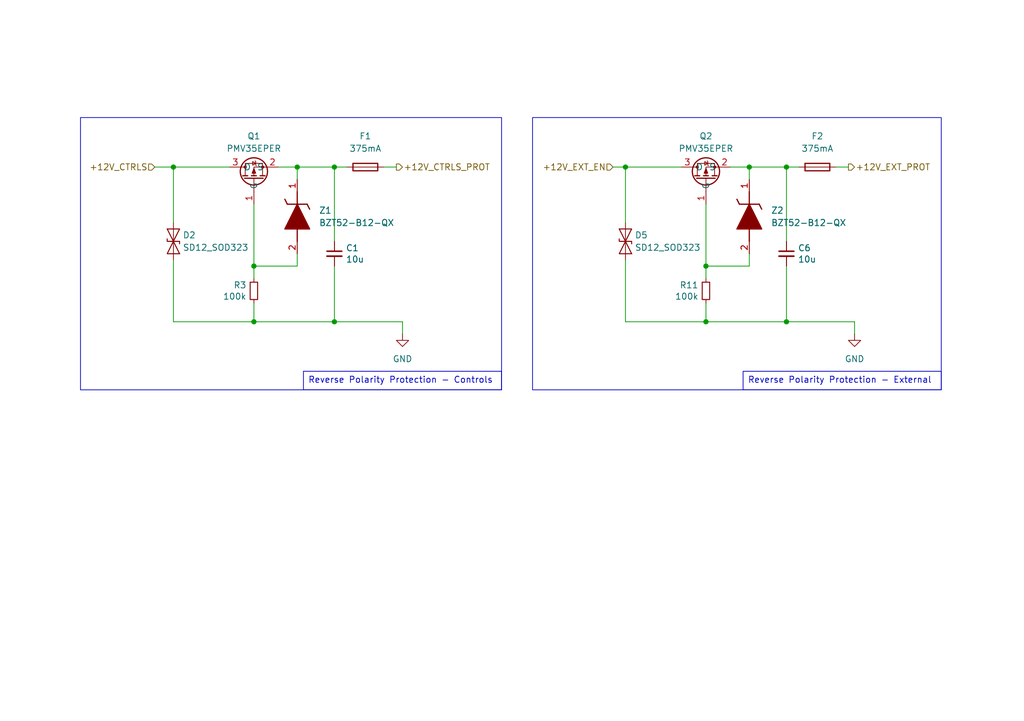
<source format=kicad_sch>
(kicad_sch (version 20231120) (generator "eeschema") (generator_version "8.0")
  (paper "A5")
  (lib_symbols
    (symbol "BZT52-B12-QX:BZT52-B12-QX" (pin_names hide)
      (property "Reference" "Z" (at 10.16 8.89 0))
      (property "Value" "BZT52-B12-QX" (at 10.16 6.35 0))
      (symbol "BZT52-B12-QX_1_1"
        (polyline (pts (xy 2.54 0) (xy 5.08 0)) (stroke (width 0.254)))
        (polyline (pts (xy 4.064 -2.54) (xy 5.08 -2.032)) (stroke (width 0.254)))
        (polyline (pts (xy 5.08 2.032) (xy 5.08 -2.032)) (stroke (width 0.254)))
        (polyline (pts (xy 5.08 2.032) (xy 6.096 2.54)) (stroke (width 0.254)))
        (polyline (pts (xy 12.7 0) (xy 10.16 0)) (stroke (width 0.254)))
        (polyline (pts (xy 5.08 0) (xy 10.16 2.54) (xy 10.16 -2.54) (xy 5.08 0)) (stroke (width 0.254)) (fill (type outline)))
        (pin passive line (at 0 0 0) (length 2.54) (name "K") (number "1"))
        (pin passive line (at 15.24 0 180) (length 2.54) (name "A") (number "2"))
      )
    )
    (symbol "Device:C_Small" (pin_numbers hide) (pin_names (offset 0.254) hide)
      (property "Reference" "C" (at 0.254 1.778 0))
      (property "Value" "C_Small" (at 0.254 -2.032 0))
      (symbol "C_Small_0_1"
        (polyline (pts (xy -1.524 -0.508) (xy 1.524 -0.508)) (stroke (width 0.3302)))
        (polyline (pts (xy -1.524 0.508) (xy 1.524 0.508)) (stroke (width 0.3048)))
      )
      (symbol "C_Small_1_1"
        (pin passive line (at 0 2.54 270) (length 2.032) (name "~") (number "1"))
        (pin passive line (at 0 -2.54 90) (length 2.032) (name "~") (number "2"))
      )
    )
    (symbol "Device:Fuse" (pin_numbers hide) (pin_names (offset 0))
      (property "Reference" "F" (at 2.032 0 90))
      (property "Value" "Fuse" (at -1.905 0 90))
      (symbol "Fuse_0_1"
        (rectangle (start -0.762 -2.54) (end 0.762 2.54) (stroke (width 0.254)))
        (polyline (pts (xy 0 2.54) (xy 0 -2.54)))
      )
      (symbol "Fuse_1_1"
        (pin passive line (at 0 3.81 270) (length 1.27) (name "~") (number "1"))
        (pin passive line (at 0 -3.81 90) (length 1.27) (name "~") (number "2"))
      )
    )
    (symbol "Device:R_Small" (pin_numbers hide) (pin_names (offset 0.254) hide)
      (property "Reference" "R" (at 0.762 0.508 0))
      (property "Value" "R_Small" (at 0.762 -1.016 0))
      (symbol "R_Small_0_1"
        (rectangle (start -0.762 1.778) (end 0.762 -1.778) (stroke (width 0.2032)))
      )
      (symbol "R_Small_1_1"
        (pin passive line (at 0 2.54 270) (length 0.762) (name "~") (number "1"))
        (pin passive line (at 0 -2.54 90) (length 0.762) (name "~") (number "2"))
      )
    )
    (symbol "Diode:SD12_SOD323" (pin_numbers hide) (pin_names (offset 1.016) hide)
      (property "Reference" "D" (at 0 2.54 0))
      (property "Value" "SD12_SOD323" (at 0 -2.54 0))
      (symbol "SD12_SOD323_0_1"
        (polyline (pts (xy 1.27 0) (xy -1.27 0)))
        (polyline (pts (xy -2.54 -1.27) (xy 0 0) (xy -2.54 1.27) (xy -2.54 -1.27)) (stroke (width 0.2032)))
        (polyline (pts (xy 0.508 1.27) (xy 0 1.27) (xy 0 -1.27) (xy -0.508 -1.27)) (stroke (width 0.2032)))
        (polyline (pts (xy 2.54 1.27) (xy 2.54 -1.27) (xy 0 0) (xy 2.54 1.27)) (stroke (width 0.2032)))
      )
      (symbol "SD12_SOD323_1_1"
        (pin passive line (at -3.81 0 0) (length 2.54) (name "A1") (number "1"))
        (pin passive line (at 3.81 0 180) (length 2.54) (name "A2") (number "2"))
      )
    )
    (symbol "power:GND" (power) (pin_numbers hide) (pin_names (offset 0) hide)
      (property "Value" "GND" (at 0 -3.81 0))
      (symbol "GND_0_1"
        (polyline (pts (xy 0 0) (xy 0 -1.27) (xy 1.27 -1.27) (xy 0 -2.54) (xy -1.27 -1.27) (xy 0 -1.27)))
      )
      (symbol "GND_1_1"
        (pin power_in line (at 0 0 270) (length 0) (name "~") (number "1"))
      )
    )
    (symbol "utsvt-chips:PMV35EPE"
      (property "Reference" "Q" (at 4.318 0 0))
      (property "Value" "PMV35EPE" (at 10.414 -2.032 0))
      (symbol "PMV35EPE_0_1"
        (polyline (pts (xy -1.016 0) (xy -3.81 0)))
        (polyline (pts (xy -1.016 1.905) (xy -1.016 -1.905)) (stroke (width 0.254)))
        (polyline (pts (xy -0.508 -1.27) (xy -0.508 -2.286)) (stroke (width 0.254)))
        (polyline (pts (xy -0.508 0.508) (xy -0.508 -0.508)) (stroke (width 0.254)))
        (polyline (pts (xy -0.508 2.286) (xy -0.508 1.27)) (stroke (width 0.254)))
        (polyline (pts (xy 1.27 2.54) (xy 1.27 1.778)))
        (polyline (pts (xy 1.27 -2.54) (xy 1.27 0) (xy -0.508 0)))
        (polyline (pts (xy -0.508 1.778) (xy 2.032 1.778) (xy 2.032 -1.778) (xy -0.508 -1.778)))
        (polyline (pts (xy 1.016 0) (xy 0 0.381) (xy 0 -0.381) (xy 1.016 0)) (fill (type outline)))
        (polyline (pts (xy 1.524 -0.508) (xy 1.651 -0.381) (xy 2.413 -0.381) (xy 2.54 -0.254)))
        (polyline (pts (xy 2.032 -0.381) (xy 1.651 0.254) (xy 2.413 0.254) (xy 2.032 -0.381)))
        (circle (center 0.381 0) (radius 2.794) (stroke (width 0.254)))
        (circle (center 1.27 -1.778) (radius 0.254) (fill (type outline)))
        (circle (center 1.27 1.778) (radius 0.254) (fill (type outline)))
      )
      (symbol "PMV35EPE_1_1"
        (pin input line (at -6.35 0 0) (length 2.54) (name "G") (number "1"))
        (pin passive line (at 1.27 -5.08 90) (length 2.54) (name "S") (number "2"))
        (pin passive line (at 1.27 5.08 270) (length 2.54) (name "D") (number "3"))
      )
    )
  )
  (junction (at 144.78 66.04))
  (junction (at 35.56 34.29))
  (junction (at 153.67 34.29))
  (junction (at 128.27 34.29))
  (junction (at 68.58 66.04))
  (junction (at 144.78 54.61))
  (junction (at 52.07 66.04))
  (junction (at 52.07 54.61))
  (junction (at 60.96 34.29))
  (junction (at 68.58 34.29))
  (junction (at 161.29 34.29))
  (junction (at 161.29 66.04))
  (wire (pts (xy 68.58 54.61) (xy 68.58 66.04)))
  (wire (pts (xy 161.29 34.29) (xy 161.29 49.53)))
  (wire (pts (xy 144.78 41.91) (xy 144.78 54.61)))
  (wire (pts (xy 35.56 34.29) (xy 35.56 45.72)))
  (wire (pts (xy 161.29 34.29) (xy 163.83 34.29)))
  (wire (pts (xy 35.56 53.34) (xy 35.56 66.04)))
  (wire (pts (xy 78.74 34.29) (xy 81.28 34.29)))
  (wire (pts (xy 68.58 34.29) (xy 68.58 49.53)))
  (wire (pts (xy 153.67 52.07) (xy 153.67 54.61)))
  (wire (pts (xy 175.26 66.04) (xy 175.26 68.58)))
  (wire (pts (xy 153.67 34.29) (xy 153.67 36.83)))
  (wire (pts (xy 60.96 52.07) (xy 60.96 54.61)))
  (wire (pts (xy 68.58 66.04) (xy 82.55 66.04)))
  (wire (pts (xy 52.07 66.04) (xy 68.58 66.04)))
  (wire (pts (xy 161.29 66.04) (xy 175.26 66.04)))
  (wire (pts (xy 60.96 34.29) (xy 68.58 34.29)))
  (wire (pts (xy 144.78 54.61) (xy 144.78 57.15)))
  (wire (pts (xy 128.27 53.34) (xy 128.27 66.04)))
  (wire (pts (xy 52.07 62.23) (xy 52.07 66.04)))
  (wire (pts (xy 153.67 34.29) (xy 161.29 34.29)))
  (wire (pts (xy 60.96 54.61) (xy 52.07 54.61)))
  (wire (pts (xy 35.56 66.04) (xy 52.07 66.04)))
  (wire (pts (xy 144.78 66.04) (xy 161.29 66.04)))
  (wire (pts (xy 128.27 66.04) (xy 144.78 66.04)))
  (wire (pts (xy 57.15 34.29) (xy 60.96 34.29)))
  (wire (pts (xy 128.27 34.29) (xy 128.27 45.72)))
  (wire (pts (xy 82.55 66.04) (xy 82.55 68.58)))
  (wire (pts (xy 52.07 54.61) (xy 52.07 57.15)))
  (wire (pts (xy 60.96 34.29) (xy 60.96 36.83)))
  (wire (pts (xy 161.29 54.61) (xy 161.29 66.04)))
  (wire (pts (xy 144.78 62.23) (xy 144.78 66.04)))
  (wire (pts (xy 31.75 34.29) (xy 35.56 34.29)))
  (wire (pts (xy 149.86 34.29) (xy 153.67 34.29)))
  (wire (pts (xy 68.58 34.29) (xy 71.12 34.29)))
  (wire (pts (xy 171.45 34.29) (xy 173.99 34.29)))
  (wire (pts (xy 128.27 34.29) (xy 139.7 34.29)))
  (wire (pts (xy 35.56 34.29) (xy 46.99 34.29)))
  (wire (pts (xy 153.67 54.61) (xy 144.78 54.61)))
  (wire (pts (xy 52.07 41.91) (xy 52.07 54.61)))
  (wire (pts (xy 125.73 34.29) (xy 128.27 34.29)))
  (rectangle (start 109.22 24.13) (end 193.04 80.01))
  (rectangle (start 16.51 24.13) (end 102.87 80.01))
  (text_box "Reverse Polarity Protection - External" (at 152.4 76.2 0) (size 40.64 3.81) (effects (font (size 1.27 1.27)) (justify left top)))
  (text_box "Reverse Polarity Protection - Controls" (at 62.23 76.2 0) (size 40.64 3.81) (effects (font (size 1.27 1.27)) (justify left top)))
  (hierarchical_label "+12V_CTRLS_PROT" (shape output) (at 81.28 34.29 0))
  (hierarchical_label "+12V_EXT_EN" (shape input) (at 125.73 34.29 180))
  (hierarchical_label "+12V_EXT_PROT" (shape output) (at 173.99 34.29 0))
  (hierarchical_label "+12V_CTRLS" (shape input) (at 31.75 34.29 180))
  (symbol (lib_id "power:GND") (at 82.55 68.58 0) (mirror y) (unit 1)
    (property "Reference" "#PWR06" (effects (hide yes)))
    (property "Value" "GND" (at 82.55 73.66 0))
    (property "Description" "Power symbol creates a global label with name \"GND\" , ground" (effects (hide yes)))
  )
  (symbol (lib_id "utsvt-chips:PMV35EPE") (at 144.78 35.56 90) (unit 1)
    (property "Reference" "Q2" (at 144.78 27.94 90))
    (property "Value" "PMV35EPER" (at 144.78 30.48 90))
    (property "Footprint" "Package_TO_SOT_SMD:SOT-23" (effects (hide yes)))
    (property "Datasheet" "https://www.mouser.com/datasheet/2/916/PMV35EPE-1539905.pdf" (effects (hide yes)))
    (property "Description" "30 V, P-channel Trench MOSFET" (effects (hide yes)))
    (property "P/N" "PMV35EPER" (effects (hide yes)))
  )
  (symbol (lib_id "Device:C_Small") (at 161.29 52.07 0) (unit 1)
    (property "Reference" "C6" (at 163.6268 50.9016 0) (effects (justify left)))
    (property "Value" "10u" (at 163.6268 53.213 0) (effects (justify left)))
    (property "Footprint" "Capacitor_SMD:C_0805_2012Metric" (effects (hide yes)))
    (property "Datasheet" "https://connect.kemet.com:7667/gateway/IntelliData-ComponentDocumentation/1.0/download/specsheet/C0805C105K3PACTU" (effects (hide yes)))
    (property "P/N" "C0805C105K3PACTU" (effects (hide yes)))
  )
  (symbol (lib_id "Diode:SD12_SOD323") (at 35.56 49.53 90) (unit 1)
    (property "Reference" "D2" (at 37.465 48.26 90) (effects (justify right)))
    (property "Value" "SD12_SOD323" (at 37.465 50.8 90) (effects (justify right)))
    (property "Footprint" "Diode_SMD:D_SOD-323" (effects (hide yes)))
    (property "Datasheet" "https://www.mouser.com/ProductDetail/Semtech/SD12C.TCT?qs=rBWM4%252BvDhIcn8cYIj7pElQ%3D%3D" (effects (hide yes)))
    (property "P/N" "SD12C.TCT" (effects (hide yes)))
  )
  (symbol (lib_id "Device:R_Small") (at 144.78 59.69 0) (mirror x) (unit 1)
    (property "Reference" "R11" (at 143.2814 58.5216 0) (effects (justify right)))
    (property "Value" "100k" (at 143.2814 60.833 0) (effects (justify right)))
    (property "Footprint" "Resistor_SMD:R_0805_2012Metric" (effects (hide yes)))
    (property "Datasheet" "https://www.mouser.com/datasheet/2/210/Kamaya_RMC_automotive_series_8_2022__1_-3032429.pdf" (effects (hide yes)))
    (property "P/N" "CRCW0805100KFKEAC" (effects (hide yes)))
  )
  (symbol (lib_id "power:GND") (at 175.26 68.58 0) (mirror y) (unit 1)
    (property "Reference" "#PWR05" (effects (hide yes)))
    (property "Value" "GND" (at 175.26 73.66 0))
    (property "Description" "Power symbol creates a global label with name \"GND\" , ground" (effects (hide yes)))
  )
  (symbol (lib_id "Device:R_Small") (at 52.07 59.69 0) (mirror x) (unit 1)
    (property "Reference" "R3" (at 50.5714 58.5216 0) (effects (justify right)))
    (property "Value" "100k" (at 50.5714 60.833 0) (effects (justify right)))
    (property "Footprint" "Resistor_SMD:R_0805_2012Metric" (effects (hide yes)))
    (property "Datasheet" "https://www.mouser.com/datasheet/2/210/Kamaya_RMC_automotive_series_8_2022__1_-3032429.pdf" (effects (hide yes)))
    (property "P/N" "CRCW0805100KFKEAC" (effects (hide yes)))
  )
  (symbol (lib_id "BZT52-B12-QX:BZT52-B12-QX") (at 153.67 36.83 270) (unit 1)
    (property "Reference" "Z2" (at 158.115 43.1799 90) (effects (justify left)))
    (property "Value" "BZT52-B12-QX" (at 158.115 45.7199 90) (effects (justify left)))
    (property "Footprint" "Zener:BZT52B12QX" (effects (hide yes)))
    (property "Datasheet" "https://assets.nexperia.com/documents/data-sheet/BZT52-B-Q_SER.pdf" (effects (hide yes)))
    (property "Description" "plastic surface-mounted package; 2 leads .SOD123,VF:0.9v,IF = 10 mA," (effects (hide yes)))
    (property "Height" "1.3" (effects (hide yes)))
    (property "Mouser Part Number" "771-BZT52-B12-QX" (effects (hide yes)))
    (property "Mouser Price/Stock" "https://www.mouser.co.uk/ProductDetail/Nexperia/BZT52-B12-QX?qs=rQFj71Wb1eVMbK8ZYprizw%3D%3D" (effects (hide yes)))
    (property "Manufacturer_Name" "Nexperia" (effects (hide yes)))
    (property "Manufacturer_Part_Number" "BZT52-B12-QX" (effects (hide yes)))
    (property "P/N" "BZT52-B12-QX" (effects (hide yes)))
  )
  (symbol (lib_id "Device:C_Small") (at 68.58 52.07 0) (unit 1)
    (property "Reference" "C1" (at 70.9168 50.9016 0) (effects (justify left)))
    (property "Value" "10u" (at 70.9168 53.213 0) (effects (justify left)))
    (property "Footprint" "Capacitor_SMD:C_0805_2012Metric" (effects (hide yes)))
    (property "Datasheet" "https://connect.kemet.com:7667/gateway/IntelliData-ComponentDocumentation/1.0/download/specsheet/C0805C105K3PACTU" (effects (hide yes)))
    (property "P/N" "C0805C105K3PACTU" (effects (hide yes)))
  )
  (symbol (lib_id "BZT52-B12-QX:BZT52-B12-QX") (at 60.96 36.83 270) (unit 1)
    (property "Reference" "Z1" (at 65.405 43.1799 90) (effects (justify left)))
    (property "Value" "BZT52-B12-QX" (at 65.405 45.7199 90) (effects (justify left)))
    (property "Footprint" "Zener:BZT52B12QX" (effects (hide yes)))
    (property "Datasheet" "https://assets.nexperia.com/documents/data-sheet/BZT52-B-Q_SER.pdf" (effects (hide yes)))
    (property "Description" "plastic surface-mounted package; 2 leads .SOD123,VF:0.9v,IF = 10 mA," (effects (hide yes)))
    (property "Height" "1.3" (effects (hide yes)))
    (property "Mouser Part Number" "771-BZT52-B12-QX" (effects (hide yes)))
    (property "Mouser Price/Stock" "https://www.mouser.co.uk/ProductDetail/Nexperia/BZT52-B12-QX?qs=rQFj71Wb1eVMbK8ZYprizw%3D%3D" (effects (hide yes)))
    (property "Manufacturer_Name" "Nexperia" (effects (hide yes)))
    (property "Manufacturer_Part_Number" "BZT52-B12-QX" (effects (hide yes)))
    (property "P/N" "BZT52-B12-QX" (effects (hide yes)))
  )
  (symbol (lib_id "Device:Fuse") (at 167.64 34.29 90) (unit 1)
    (property "Reference" "F2" (at 167.64 27.94 90))
    (property "Value" "375mA" (at 167.64 30.48 90))
    (property "Footprint" "Fuse:Fuse_1206_3216Metric" (effects (hide yes)))
    (property "Datasheet" "https://www.littelfuse.com/~/media/electronics/datasheets/fuses/littelfuse_fuse_437_datasheet.pdf.pdf" (effects (hide yes)))
    (property "Description" "Fuse" (effects (hide yes)))
    (property "Mouser Part Number" "576-0440.375WR" (effects (hide yes)))
    (property "P/N" "576-0440.375WR " (effects (hide yes)))
  )
  (symbol (lib_id "Diode:SD12_SOD323") (at 128.27 49.53 90) (unit 1)
    (property "Reference" "D5" (at 130.175 48.26 90) (effects (justify right)))
    (property "Value" "SD12_SOD323" (at 130.175 50.8 90) (effects (justify right)))
    (property "Footprint" "Diode_SMD:D_SOD-323" (effects (hide yes)))
    (property "Datasheet" "https://www.mouser.com/ProductDetail/Semtech/SD12C.TCT?qs=rBWM4%252BvDhIcn8cYIj7pElQ%3D%3D" (effects (hide yes)))
    (property "P/N" "SD12C.TCT" (effects (hide yes)))
  )
  (symbol (lib_id "utsvt-chips:PMV35EPE") (at 52.07 35.56 90) (unit 1)
    (property "Reference" "Q1" (at 52.07 27.94 90))
    (property "Value" "PMV35EPER" (at 52.07 30.48 90))
    (property "Footprint" "Package_TO_SOT_SMD:SOT-23" (effects (hide yes)))
    (property "Datasheet" "https://www.mouser.com/datasheet/2/916/PMV35EPE-1539905.pdf" (effects (hide yes)))
    (property "Description" "30 V, P-channel Trench MOSFET" (effects (hide yes)))
    (property "P/N" "PMV35EPER" (effects (hide yes)))
  )
  (symbol (lib_id "Device:Fuse") (at 74.93 34.29 90) (unit 1)
    (property "Reference" "F1" (at 74.93 27.94 90))
    (property "Value" "375mA" (at 74.93 30.48 90))
    (property "Footprint" "Fuse:Fuse_1206_3216Metric" (effects (hide yes)))
    (property "Datasheet" "https://www.littelfuse.com/~/media/electronics/datasheets/fuses/littelfuse_fuse_437_datasheet.pdf.pdf" (effects (hide yes)))
    (property "Description" "Fuse" (effects (hide yes)))
    (property "Mouser Part Number" "576-0440.375WR" (effects (hide yes)))
    (property "P/N" "576-0440.375WR " (effects (hide yes)))
  )
)
</source>
